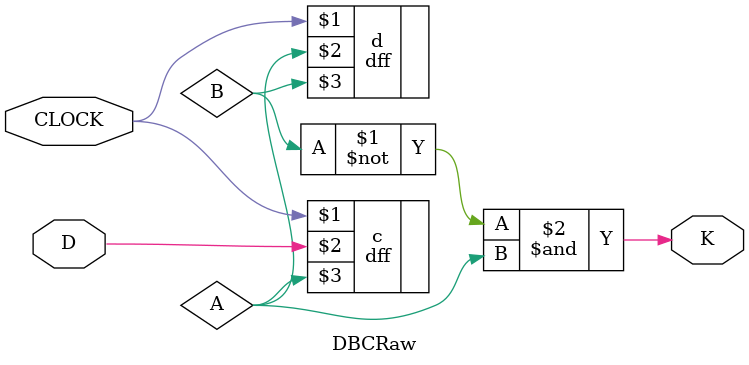
<source format=v>
`timescale 1ns / 1ps

module DBCRaw(
    input CLOCK,
    input D,
    output K
    );
    
    wire A;
    wire B;
    dff c(CLOCK, D, A);
    dff d(CLOCK, A, B);

    assign K = (~B) & A;
  
    
endmodule
</source>
